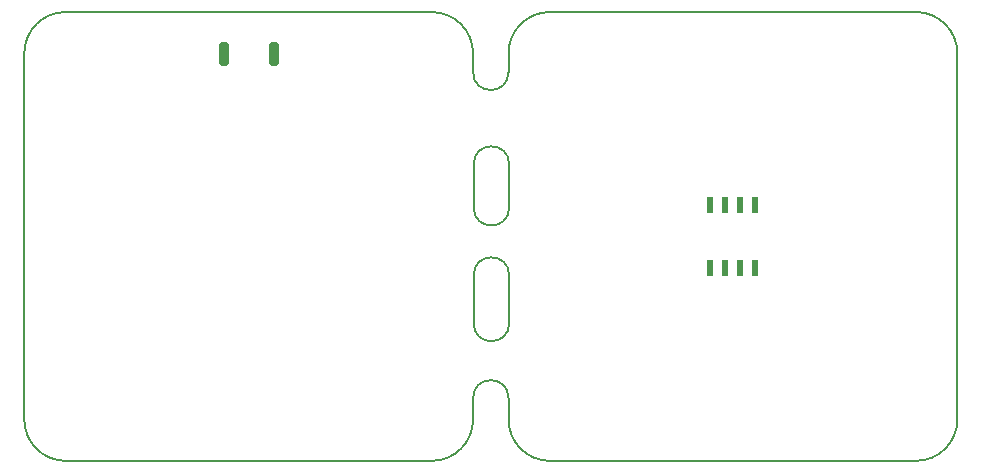
<source format=gbr>
%TF.GenerationSoftware,KiCad,Pcbnew,(6.0.1-0)*%
%TF.CreationDate,2023-01-25T00:15:57+01:00*%
%TF.ProjectId,ethersweep,65746865-7273-4776-9565-702e6b696361,2.0.1*%
%TF.SameCoordinates,Original*%
%TF.FileFunction,Paste,Bot*%
%TF.FilePolarity,Positive*%
%FSLAX46Y46*%
G04 Gerber Fmt 4.6, Leading zero omitted, Abs format (unit mm)*
G04 Created by KiCad (PCBNEW (6.0.1-0)) date 2023-01-25 00:15:57*
%MOMM*%
%LPD*%
G01*
G04 APERTURE LIST*
G04 Aperture macros list*
%AMRoundRect*
0 Rectangle with rounded corners*
0 $1 Rounding radius*
0 $2 $3 $4 $5 $6 $7 $8 $9 X,Y pos of 4 corners*
0 Add a 4 corners polygon primitive as box body*
4,1,4,$2,$3,$4,$5,$6,$7,$8,$9,$2,$3,0*
0 Add four circle primitives for the rounded corners*
1,1,$1+$1,$2,$3*
1,1,$1+$1,$4,$5*
1,1,$1+$1,$6,$7*
1,1,$1+$1,$8,$9*
0 Add four rect primitives between the rounded corners*
20,1,$1+$1,$2,$3,$4,$5,0*
20,1,$1+$1,$4,$5,$6,$7,0*
20,1,$1+$1,$6,$7,$8,$9,0*
20,1,$1+$1,$8,$9,$2,$3,0*%
G04 Aperture macros list end*
%TA.AperFunction,Profile*%
%ADD10C,0.150000*%
%TD*%
%ADD11RoundRect,0.200000X0.200000X0.800000X-0.200000X0.800000X-0.200000X-0.800000X0.200000X-0.800000X0*%
%ADD12R,0.600000X1.400000*%
G04 APERTURE END LIST*
D10*
X187150000Y-39570000D02*
X187150000Y-43270000D01*
X184150000Y-43270000D02*
X184150000Y-39570000D01*
X184150000Y-53070000D02*
X184150000Y-48970000D01*
X187150000Y-48970000D02*
X187150000Y-53070000D01*
X187150000Y-39570000D02*
G75*
G03*
X184150000Y-39570000I-1500000J0D01*
G01*
X184150000Y-43270000D02*
G75*
G03*
X187150000Y-43270000I1500000J0D01*
G01*
X184150000Y-53070000D02*
G75*
G03*
X187150000Y-53070000I1500000J0D01*
G01*
X187150000Y-48970000D02*
G75*
G03*
X184150000Y-48970000I-1500000J0D01*
G01*
X184100000Y-31800000D02*
G75*
G03*
X187100000Y-31800000I1500000J0D01*
G01*
X187100000Y-59370000D02*
G75*
G03*
X184100000Y-59370000I-1500000J0D01*
G01*
X184100000Y-31800000D02*
X184100000Y-30200000D01*
X184100000Y-60700000D02*
X184100000Y-59400000D01*
X180600000Y-26700000D02*
X149600000Y-26700000D01*
X149600000Y-26700000D02*
G75*
G03*
X146100000Y-30200000I-1J-3499999D01*
G01*
X184100000Y-30200000D02*
G75*
G03*
X180600000Y-26700000I-3499999J1D01*
G01*
X180600000Y-64700000D02*
G75*
G03*
X184100000Y-61200000I1J3499999D01*
G01*
X146100000Y-30200000D02*
X146100000Y-61200000D01*
X149600000Y-64700000D02*
X180600000Y-64700000D01*
X146100000Y-61200000D02*
G75*
G03*
X149600000Y-64700000I3499999J-1D01*
G01*
X184100000Y-61200000D02*
X184100000Y-60700000D01*
X225100000Y-61200000D02*
X225100000Y-30200000D01*
X190600000Y-64700000D02*
X221600000Y-64700000D01*
X187100000Y-61200000D02*
G75*
G03*
X190600000Y-64700000I3499999J-1D01*
G01*
X221600000Y-64700000D02*
G75*
G03*
X225100000Y-61200000I1J3499999D01*
G01*
X190600000Y-26700000D02*
G75*
G03*
X187100000Y-30200000I-1J-3499999D01*
G01*
X190600000Y-26700000D02*
X221600000Y-26700000D01*
X187100000Y-30200000D02*
X187100000Y-30700000D01*
X187100000Y-61200000D02*
X187100000Y-59400000D01*
X187100000Y-31800000D02*
X187100000Y-30700000D01*
X225100000Y-30200000D02*
G75*
G03*
X221600000Y-26700000I-3499999J1D01*
G01*
D11*
X167250000Y-30250000D03*
X163050000Y-30250000D03*
D12*
X204195000Y-43000000D03*
X205465000Y-43000000D03*
X206735000Y-43000000D03*
X208005000Y-43000000D03*
X208005000Y-48400000D03*
X206735000Y-48400000D03*
X205465000Y-48400000D03*
X204195000Y-48400000D03*
M02*

</source>
